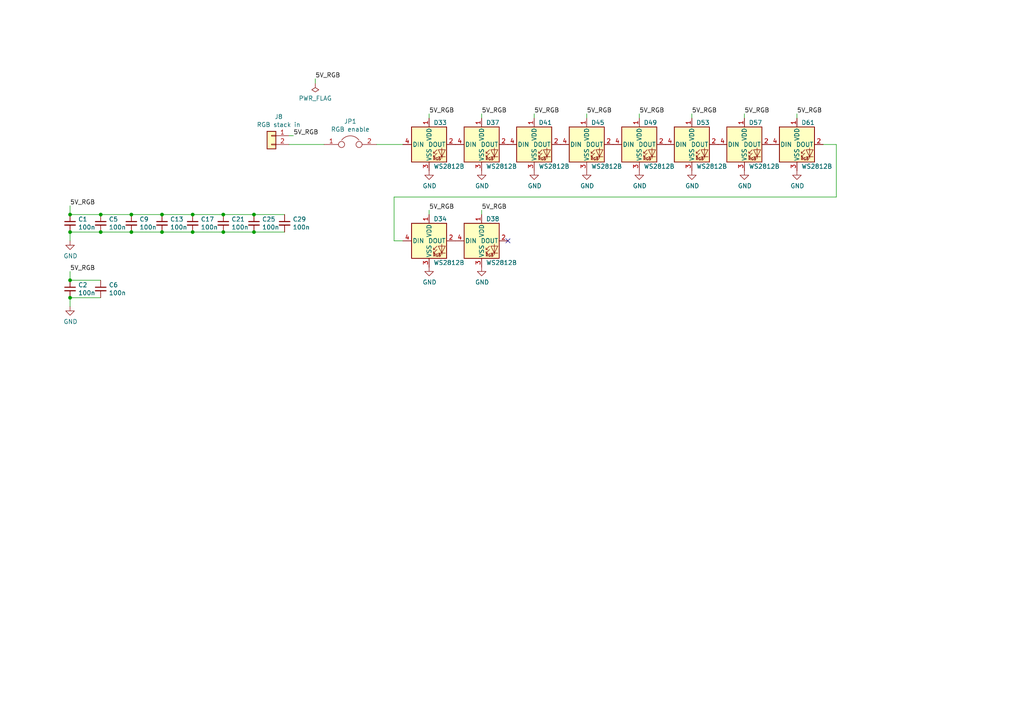
<source format=kicad_sch>
(kicad_sch (version 20231120) (generator "eeschema") (generator_version "8.0")
  (paper "A4")
  (lib_symbols
    (symbol "Connector_Generic:Conn_01x02" (pin_names (offset 1.016) hide)
      (property "Reference" "J" (at 0 2.54 0))
      (property "Value" "Conn_01x02" (at 0 -5.08 0))
      (symbol "Conn_01x02_1_1"
        (rectangle (start -1.27 -2.413) (end 0 -2.667) (stroke (width 0.1524)))
        (rectangle (start -1.27 0.127) (end 0 -0.127) (stroke (width 0.1524)))
        (rectangle (start -1.27 1.27) (end 1.27 -3.81) (stroke (width 0.254)) (fill (type background)))
        (pin passive line (at -5.08 0 0) (length 3.81) (name "Pin_1") (number "1"))
        (pin passive line (at -5.08 -2.54 0) (length 3.81) (name "Pin_2") (number "2"))
      )
    )
    (symbol "Device:C_Small" (pin_numbers hide) (pin_names (offset 0.254) hide)
      (property "Reference" "C" (at 0.254 1.778 0))
      (property "Value" "C_Small" (at 0.254 -2.032 0))
      (symbol "C_Small_0_1"
        (polyline (pts (xy -1.524 -0.508) (xy 1.524 -0.508)) (stroke (width 0.3302)))
        (polyline (pts (xy -1.524 0.508) (xy 1.524 0.508)) (stroke (width 0.3048)))
      )
      (symbol "C_Small_1_1"
        (pin passive line (at 0 2.54 270) (length 2.032) (name "~") (number "1"))
        (pin passive line (at 0 -2.54 90) (length 2.032) (name "~") (number "2"))
      )
    )
    (symbol "LED:WS2812B" (pin_names (offset 0.254))
      (property "Reference" "D" (at 5.08 5.715 0))
      (property "Value" "WS2812B" (at 1.27 -5.715 0))
      (symbol "WS2812B_0_0"
        (text "RGB" (at 2.286 -4.191 0) (effects (font (size 0.762 0.762))))
      )
      (symbol "WS2812B_0_1"
        (polyline (pts (xy 1.27 -3.556) (xy 1.778 -3.556)))
        (polyline (pts (xy 1.27 -2.54) (xy 1.778 -2.54)))
        (polyline (pts (xy 4.699 -3.556) (xy 2.667 -3.556)))
        (polyline (pts (xy 2.286 -2.54) (xy 1.27 -3.556) (xy 1.27 -3.048)))
        (polyline (pts (xy 2.286 -1.524) (xy 1.27 -2.54) (xy 1.27 -2.032)))
        (polyline (pts (xy 3.683 -1.016) (xy 3.683 -3.556) (xy 3.683 -4.064)))
        (polyline (pts (xy 4.699 -1.524) (xy 2.667 -1.524) (xy 3.683 -3.556) (xy 4.699 -1.524)))
        (rectangle (start 5.08 5.08) (end -5.08 -5.08) (stroke (width 0.254)) (fill (type background)))
      )
      (symbol "WS2812B_1_1"
        (pin power_in line (at 0 7.62 270) (length 2.54) (name "VDD") (number "1"))
        (pin output line (at 7.62 0 180) (length 2.54) (name "DOUT") (number "2"))
        (pin power_in line (at 0 -7.62 90) (length 2.54) (name "VSS") (number "3"))
        (pin input line (at -7.62 0 0) (length 2.54) (name "DIN") (number "4"))
      )
    )
    (symbol "relelauta-rescue:GND-power" (power) (pin_names (offset 0))
      (property "Value" "power_GND" (at 0 -3.81 0))
      (symbol "GND-power_0_1"
        (polyline (pts (xy 0 0) (xy 0 -1.27) (xy 1.27 -1.27) (xy 0 -2.54) (xy -1.27 -1.27) (xy 0 -1.27)))
      )
      (symbol "GND-power_1_1"
        (pin power_in line (at 0 0 270) (length 0) hide (name "GND") (number "1"))
      )
    )
    (symbol "relelauta-rescue:Jumper-Device" (pin_names (offset 0.762) hide)
      (property "Reference" "JP" (at 0 3.81 0))
      (property "Value" "Device_Jumper" (at 0 -2.032 0))
      (symbol "Jumper-Device_0_1"
        (circle (center -2.54 0) (radius 0.889))
        (arc (start 2.5146 1.27) (mid 0.0078 2.5097) (end -2.4892 1.27))
        (circle (center 2.54 0) (radius 0.889))
        (pin passive line (at -7.62 0 0) (length 4.191) (name "1") (number "1"))
        (pin passive line (at 7.62 0 180) (length 4.191) (name "2") (number "2"))
      )
    )
    (symbol "relelauta-rescue:PWR_FLAG-power" (power) (pin_numbers hide) (pin_names (offset 0) hide)
      (property "Value" "power_PWR_FLAG" (at 0 3.81 0))
      (symbol "PWR_FLAG-power_0_0"
        (pin power_out line (at 0 0 90) (length 0) (name "pwr") (number "1"))
      )
      (symbol "PWR_FLAG-power_0_1"
        (polyline (pts (xy 0 0) (xy 0 1.27) (xy -1.016 1.905) (xy 0 2.54) (xy 1.016 1.905) (xy 0 1.27)))
      )
    )
  )
  (junction (at 55.88 62.23))
  (junction (at 20.32 62.23))
  (junction (at 73.66 67.31))
  (junction (at 29.21 67.31))
  (junction (at 55.88 67.31))
  (junction (at 46.99 62.23))
  (junction (at 73.66 62.23))
  (junction (at 64.77 62.23))
  (junction (at 38.1 67.31))
  (junction (at 46.99 67.31))
  (junction (at 20.32 67.31))
  (junction (at 20.32 86.36))
  (junction (at 29.21 62.23))
  (junction (at 20.32 81.28))
  (junction (at 64.77 67.31))
  (junction (at 38.1 62.23))
  (no_connect (at 147.32 69.85))
  (wire (pts (xy 46.99 67.31) (xy 38.1 67.31)))
  (wire (pts (xy 109.22 41.91) (xy 116.84 41.91)))
  (wire (pts (xy 124.46 33.02) (xy 124.46 34.29)))
  (wire (pts (xy 185.42 33.02) (xy 185.42 34.29)))
  (wire (pts (xy 55.88 62.23) (xy 64.77 62.23)))
  (wire (pts (xy 64.77 62.23) (xy 73.66 62.23)))
  (wire (pts (xy 55.88 67.31) (xy 46.99 67.31)))
  (wire (pts (xy 20.32 59.69) (xy 20.32 62.23)))
  (wire (pts (xy 73.66 67.31) (xy 64.77 67.31)))
  (wire (pts (xy 242.57 41.91) (xy 242.57 57.15)))
  (wire (pts (xy 73.66 62.23) (xy 82.55 62.23)))
  (wire (pts (xy 29.21 86.36) (xy 20.32 86.36)))
  (wire (pts (xy 29.21 67.31) (xy 20.32 67.31)))
  (wire (pts (xy 20.32 81.28) (xy 29.21 81.28)))
  (wire (pts (xy 20.32 67.31) (xy 20.32 69.85)))
  (wire (pts (xy 29.21 62.23) (xy 38.1 62.23)))
  (wire (pts (xy 124.46 60.96) (xy 124.46 62.23)))
  (wire (pts (xy 231.14 33.02) (xy 231.14 34.29)))
  (wire (pts (xy 85.09 39.37) (xy 83.82 39.37)))
  (wire (pts (xy 38.1 67.31) (xy 29.21 67.31)))
  (wire (pts (xy 82.55 67.31) (xy 73.66 67.31)))
  (wire (pts (xy 139.7 60.96) (xy 139.7 62.23)))
  (wire (pts (xy 242.57 57.15) (xy 114.3 57.15)))
  (wire (pts (xy 83.82 41.91) (xy 93.98 41.91)))
  (wire (pts (xy 170.18 33.02) (xy 170.18 34.29)))
  (wire (pts (xy 114.3 69.85) (xy 116.84 69.85)))
  (wire (pts (xy 215.9 33.02) (xy 215.9 34.29)))
  (wire (pts (xy 91.44 24.13) (xy 91.44 22.86)))
  (wire (pts (xy 114.3 57.15) (xy 114.3 69.85)))
  (wire (pts (xy 20.32 62.23) (xy 29.21 62.23)))
  (wire (pts (xy 139.7 33.02) (xy 139.7 34.29)))
  (wire (pts (xy 238.76 41.91) (xy 242.57 41.91)))
  (wire (pts (xy 38.1 62.23) (xy 46.99 62.23)))
  (wire (pts (xy 20.32 78.74) (xy 20.32 81.28)))
  (wire (pts (xy 200.66 33.02) (xy 200.66 34.29)))
  (wire (pts (xy 154.94 33.02) (xy 154.94 34.29)))
  (wire (pts (xy 20.32 86.36) (xy 20.32 88.9)))
  (wire (pts (xy 64.77 67.31) (xy 55.88 67.31)))
  (wire (pts (xy 46.99 62.23) (xy 55.88 62.23)))
  (label "5V_RGB" (at 85.09 39.37 0))
  (label "5V_RGB" (at 124.46 60.96 0))
  (label "5V_RGB" (at 154.94 33.02 0))
  (label "5V_RGB" (at 139.7 60.96 0))
  (label "5V_RGB" (at 124.46 33.02 0))
  (label "5V_RGB" (at 200.66 33.02 0))
  (label "5V_RGB" (at 20.32 59.69 0))
  (label "5V_RGB" (at 20.32 78.74 0))
  (label "5V_RGB" (at 139.7 33.02 0))
  (label "5V_RGB" (at 215.9 33.02 0))
  (label "5V_RGB" (at 185.42 33.02 0))
  (label "5V_RGB" (at 91.44 22.86 0))
  (label "5V_RGB" (at 170.18 33.02 0))
  (label "5V_RGB" (at 231.14 33.02 0))
  (symbol (lib_id "LED:WS2812B") (at 124.46 41.91 0) (unit 1)
    (property "Reference" "D33" (at 125.73 35.56 0) (effects (justify left)))
    (property "Value" "WS2812B" (at 125.73 48.26 0) (effects (justify left)))
    (property "Footprint" "LED_SMD:LED_WS2812B_PLCC4_5.0x5.0mm_P3.2mm" (effects (hide yes)))
    (property "Datasheet" "https://cdn-shop.adafruit.com/datasheets/WS2812B.pdf" (effects (hide yes)))
  )
  (symbol (lib_id "relelauta-rescue:GND-power") (at 124.46 49.53 0) (unit 1)
    (property "Reference" "#PWR0107" (effects (hide yes)))
    (property "Value" "GND" (at 124.587 53.9242 0))
  )
  (symbol (lib_id "LED:WS2812B") (at 139.7 41.91 0) (unit 1)
    (property "Reference" "D37" (at 140.97 35.56 0) (effects (justify left)))
    (property "Value" "WS2812B" (at 140.97 48.26 0) (effects (justify left)))
    (property "Footprint" "LED_SMD:LED_WS2812B_PLCC4_5.0x5.0mm_P3.2mm" (effects (hide yes)))
    (property "Datasheet" "https://cdn-shop.adafruit.com/datasheets/WS2812B.pdf" (effects (hide yes)))
  )
  (symbol (lib_id "relelauta-rescue:GND-power") (at 139.7 49.53 0) (unit 1)
    (property "Reference" "#PWR0108" (effects (hide yes)))
    (property "Value" "GND" (at 139.827 53.9242 0))
  )
  (symbol (lib_id "LED:WS2812B") (at 154.94 41.91 0) (unit 1)
    (property "Reference" "D41" (at 156.21 35.56 0) (effects (justify left)))
    (property "Value" "WS2812B" (at 156.21 48.26 0) (effects (justify left)))
    (property "Footprint" "LED_SMD:LED_WS2812B_PLCC4_5.0x5.0mm_P3.2mm" (effects (hide yes)))
    (property "Datasheet" "https://cdn-shop.adafruit.com/datasheets/WS2812B.pdf" (effects (hide yes)))
  )
  (symbol (lib_id "relelauta-rescue:GND-power") (at 154.94 49.53 0) (unit 1)
    (property "Reference" "#PWR0109" (effects (hide yes)))
    (property "Value" "GND" (at 155.067 53.9242 0))
  )
  (symbol (lib_id "LED:WS2812B") (at 170.18 41.91 0) (unit 1)
    (property "Reference" "D45" (at 171.45 35.56 0) (effects (justify left)))
    (property "Value" "WS2812B" (at 171.45 48.26 0) (effects (justify left)))
    (property "Footprint" "LED_SMD:LED_WS2812B_PLCC4_5.0x5.0mm_P3.2mm" (effects (hide yes)))
    (property "Datasheet" "https://cdn-shop.adafruit.com/datasheets/WS2812B.pdf" (effects (hide yes)))
  )
  (symbol (lib_id "relelauta-rescue:GND-power") (at 170.18 49.53 0) (unit 1)
    (property "Reference" "#PWR0110" (effects (hide yes)))
    (property "Value" "GND" (at 170.307 53.9242 0))
  )
  (symbol (lib_id "LED:WS2812B") (at 185.42 41.91 0) (unit 1)
    (property "Reference" "D49" (at 186.69 35.56 0) (effects (justify left)))
    (property "Value" "WS2812B" (at 186.69 48.26 0) (effects (justify left)))
    (property "Footprint" "LED_SMD:LED_WS2812B_PLCC4_5.0x5.0mm_P3.2mm" (effects (hide yes)))
    (property "Datasheet" "https://cdn-shop.adafruit.com/datasheets/WS2812B.pdf" (effects (hide yes)))
  )
  (symbol (lib_id "relelauta-rescue:GND-power") (at 185.42 49.53 0) (unit 1)
    (property "Reference" "#PWR0111" (effects (hide yes)))
    (property "Value" "GND" (at 185.547 53.9242 0))
  )
  (symbol (lib_id "LED:WS2812B") (at 200.66 41.91 0) (unit 1)
    (property "Reference" "D53" (at 201.93 35.56 0) (effects (justify left)))
    (property "Value" "WS2812B" (at 201.93 48.26 0) (effects (justify left)))
    (property "Footprint" "LED_SMD:LED_WS2812B_PLCC4_5.0x5.0mm_P3.2mm" (effects (hide yes)))
    (property "Datasheet" "https://cdn-shop.adafruit.com/datasheets/WS2812B.pdf" (effects (hide yes)))
  )
  (symbol (lib_id "relelauta-rescue:GND-power") (at 200.66 49.53 0) (unit 1)
    (property "Reference" "#PWR0112" (effects (hide yes)))
    (property "Value" "GND" (at 200.787 53.9242 0))
  )
  (symbol (lib_id "LED:WS2812B") (at 215.9 41.91 0) (unit 1)
    (property "Reference" "D57" (at 217.17 35.56 0) (effects (justify left)))
    (property "Value" "WS2812B" (at 217.17 48.26 0) (effects (justify left)))
    (property "Footprint" "LED_SMD:LED_WS2812B_PLCC4_5.0x5.0mm_P3.2mm" (effects (hide yes)))
    (property "Datasheet" "https://cdn-shop.adafruit.com/datasheets/WS2812B.pdf" (effects (hide yes)))
  )
  (symbol (lib_id "relelauta-rescue:GND-power") (at 215.9 49.53 0) (unit 1)
    (property "Reference" "#PWR0113" (effects (hide yes)))
    (property "Value" "GND" (at 216.027 53.9242 0))
  )
  (symbol (lib_id "LED:WS2812B") (at 231.14 41.91 0) (unit 1)
    (property "Reference" "D61" (at 232.41 35.56 0) (effects (justify left)))
    (property "Value" "WS2812B" (at 232.41 48.26 0) (effects (justify left)))
    (property "Footprint" "LED_SMD:LED_WS2812B_PLCC4_5.0x5.0mm_P3.2mm" (effects (hide yes)))
    (property "Datasheet" "https://cdn-shop.adafruit.com/datasheets/WS2812B.pdf" (effects (hide yes)))
  )
  (symbol (lib_id "relelauta-rescue:GND-power") (at 231.14 49.53 0) (unit 1)
    (property "Reference" "#PWR0114" (effects (hide yes)))
    (property "Value" "GND" (at 231.267 53.9242 0))
  )
  (symbol (lib_id "LED:WS2812B") (at 124.46 69.85 0) (unit 1)
    (property "Reference" "D34" (at 125.73 63.5 0) (effects (justify left)))
    (property "Value" "WS2812B" (at 125.73 76.2 0) (effects (justify left)))
    (property "Footprint" "LED_SMD:LED_WS2812B_PLCC4_5.0x5.0mm_P3.2mm" (effects (hide yes)))
    (property "Datasheet" "https://cdn-shop.adafruit.com/datasheets/WS2812B.pdf" (effects (hide yes)))
  )
  (symbol (lib_id "relelauta-rescue:GND-power") (at 124.46 77.47 0) (unit 1)
    (property "Reference" "#PWR0115" (effects (hide yes)))
    (property "Value" "GND" (at 124.587 81.8642 0))
  )
  (symbol (lib_id "LED:WS2812B") (at 139.7 69.85 0) (unit 1)
    (property "Reference" "D38" (at 140.97 63.5 0) (effects (justify left)))
    (property "Value" "WS2812B" (at 140.97 76.2 0) (effects (justify left)))
    (property "Footprint" "LED_SMD:LED_WS2812B_PLCC4_5.0x5.0mm_P3.2mm" (effects (hide yes)))
    (property "Datasheet" "https://cdn-shop.adafruit.com/datasheets/WS2812B.pdf" (effects (hide yes)))
  )
  (symbol (lib_id "relelauta-rescue:GND-power") (at 139.7 77.47 0) (unit 1)
    (property "Reference" "#PWR0116" (effects (hide yes)))
    (property "Value" "GND" (at 139.827 81.8642 0))
  )
  (symbol (lib_id "Connector_Generic:Conn_01x02") (at 78.74 39.37 0) (mirror y) (unit 1)
    (property "Reference" "J8" (at 80.8228 33.8582 0))
    (property "Value" "RGB stack in" (at 80.8228 36.1696 0))
    (property "Footprint" "Connector_PinSocket_2.54mm:PinSocket_1x02_P2.54mm_Vertical" (effects (hide yes)))
  )
  (symbol (lib_id "relelauta-rescue:Jumper-Device") (at 101.6 41.91 0) (unit 1)
    (property "Reference" "JP1" (at 101.6 35.2044 0))
    (property "Value" "RGB enable" (at 101.6 37.5158 0))
    (property "Footprint" "Connector_PinHeader_2.54mm:PinHeader_2x01_P2.54mm_Vertical" (effects (hide yes)))
  )
  (symbol (lib_id "Device:C_Small") (at 20.32 64.77 0) (unit 1)
    (property "Reference" "C1" (at 22.6568 63.6016 0) (effects (justify left)))
    (property "Value" "100n" (at 22.6568 65.913 0) (effects (justify left)))
    (property "Footprint" "Capacitor_SMD:C_0603_1608Metric" (effects (hide yes)))
  )
  (symbol (lib_id "relelauta-rescue:GND-power") (at 20.32 69.85 0) (unit 1)
    (property "Reference" "#PWR0139" (effects (hide yes)))
    (property "Value" "GND" (at 20.447 74.2442 0))
  )
  (symbol (lib_id "Device:C_Small") (at 29.21 64.77 0) (unit 1)
    (property "Reference" "C5" (at 31.5468 63.6016 0) (effects (justify left)))
    (property "Value" "100n" (at 31.5468 65.913 0) (effects (justify left)))
    (property "Footprint" "Capacitor_SMD:C_0603_1608Metric" (effects (hide yes)))
  )
  (symbol (lib_id "Device:C_Small") (at 38.1 64.77 0) (unit 1)
    (property "Reference" "C9" (at 40.4368 63.6016 0) (effects (justify left)))
    (property "Value" "100n" (at 40.4368 65.913 0) (effects (justify left)))
    (property "Footprint" "Capacitor_SMD:C_0603_1608Metric" (effects (hide yes)))
  )
  (symbol (lib_id "Device:C_Small") (at 46.99 64.77 0) (unit 1)
    (property "Reference" "C13" (at 49.3268 63.6016 0) (effects (justify left)))
    (property "Value" "100n" (at 49.3268 65.913 0) (effects (justify left)))
    (property "Footprint" "Capacitor_SMD:C_0603_1608Metric" (effects (hide yes)))
  )
  (symbol (lib_id "Device:C_Small") (at 55.88 64.77 0) (unit 1)
    (property "Reference" "C17" (at 58.2168 63.6016 0) (effects (justify left)))
    (property "Value" "100n" (at 58.2168 65.913 0) (effects (justify left)))
    (property "Footprint" "Capacitor_SMD:C_0603_1608Metric" (effects (hide yes)))
  )
  (symbol (lib_id "Device:C_Small") (at 64.77 64.77 0) (unit 1)
    (property "Reference" "C21" (at 67.1068 63.6016 0) (effects (justify left)))
    (property "Value" "100n" (at 67.1068 65.913 0) (effects (justify left)))
    (property "Footprint" "Capacitor_SMD:C_0603_1608Metric" (effects (hide yes)))
  )
  (symbol (lib_id "Device:C_Small") (at 73.66 64.77 0) (unit 1)
    (property "Reference" "C25" (at 75.9968 63.6016 0) (effects (justify left)))
    (property "Value" "100n" (at 75.9968 65.913 0) (effects (justify left)))
    (property "Footprint" "Capacitor_SMD:C_0603_1608Metric" (effects (hide yes)))
  )
  (symbol (lib_id "Device:C_Small") (at 82.55 64.77 0) (unit 1)
    (property "Reference" "C29" (at 84.8868 63.6016 0) (effects (justify left)))
    (property "Value" "100n" (at 84.8868 65.913 0) (effects (justify left)))
    (property "Footprint" "Capacitor_SMD:C_0603_1608Metric" (effects (hide yes)))
  )
  (symbol (lib_id "Device:C_Small") (at 20.32 83.82 0) (unit 1)
    (property "Reference" "C2" (at 22.6568 82.6516 0) (effects (justify left)))
    (property "Value" "100n" (at 22.6568 84.963 0) (effects (justify left)))
    (property "Footprint" "Capacitor_SMD:C_0603_1608Metric" (effects (hide yes)))
  )
  (symbol (lib_id "relelauta-rescue:GND-power") (at 20.32 88.9 0) (unit 1)
    (property "Reference" "#PWR031" (effects (hide yes)))
    (property "Value" "GND" (at 20.447 93.2942 0))
  )
  (symbol (lib_id "Device:C_Small") (at 29.21 83.82 0) (unit 1)
    (property "Reference" "C6" (at 31.5468 82.6516 0) (effects (justify left)))
    (property "Value" "100n" (at 31.5468 84.963 0) (effects (justify left)))
    (property "Footprint" "Capacitor_SMD:C_0603_1608Metric" (effects (hide yes)))
  )
  (symbol (lib_id "relelauta-rescue:PWR_FLAG-power") (at 91.44 24.13 180) (unit 1)
    (property "Reference" "#FLG03" (effects (hide yes)))
    (property "Value" "PWR_FLAG" (at 91.44 28.5242 0))
  )
)
</source>
